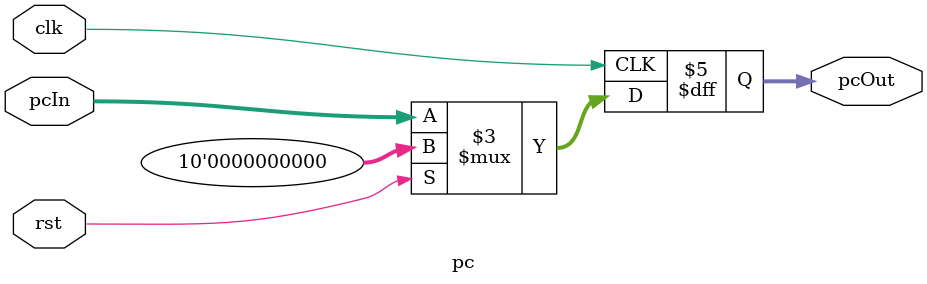
<source format=sv>
module pc (
	input [9:0] pcIn,
	input rst,
	input clk,
	output logic [9:0] pcOut);
	
	always_ff @(posedge clk) begin
		if (rst)
			pcOut <= 0;
		else
			pcOut <= pcIn;
	end
endmodule

</source>
